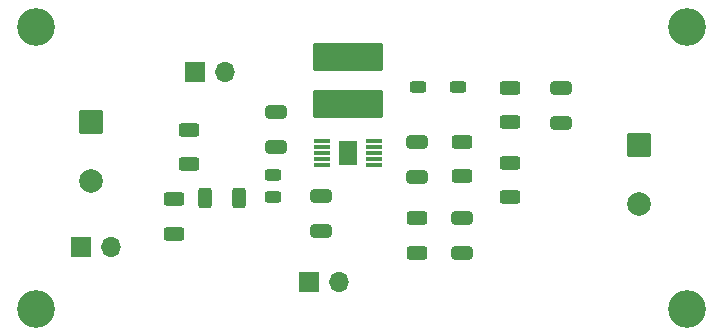
<source format=gbr>
%TF.GenerationSoftware,KiCad,Pcbnew,7.0.9*%
%TF.CreationDate,2023-12-10T23:23:11+01:00*%
%TF.ProjectId,LED Driver,4c454420-4472-4697-9665-722e6b696361,rev?*%
%TF.SameCoordinates,Original*%
%TF.FileFunction,Soldermask,Top*%
%TF.FilePolarity,Negative*%
%FSLAX46Y46*%
G04 Gerber Fmt 4.6, Leading zero omitted, Abs format (unit mm)*
G04 Created by KiCad (PCBNEW 7.0.9) date 2023-12-10 23:23:11*
%MOMM*%
%LPD*%
G01*
G04 APERTURE LIST*
G04 Aperture macros list*
%AMRoundRect*
0 Rectangle with rounded corners*
0 $1 Rounding radius*
0 $2 $3 $4 $5 $6 $7 $8 $9 X,Y pos of 4 corners*
0 Add a 4 corners polygon primitive as box body*
4,1,4,$2,$3,$4,$5,$6,$7,$8,$9,$2,$3,0*
0 Add four circle primitives for the rounded corners*
1,1,$1+$1,$2,$3*
1,1,$1+$1,$4,$5*
1,1,$1+$1,$6,$7*
1,1,$1+$1,$8,$9*
0 Add four rect primitives between the rounded corners*
20,1,$1+$1,$2,$3,$4,$5,0*
20,1,$1+$1,$4,$5,$6,$7,0*
20,1,$1+$1,$6,$7,$8,$9,0*
20,1,$1+$1,$8,$9,$2,$3,0*%
G04 Aperture macros list end*
%ADD10RoundRect,0.102000X-2.850000X1.100000X-2.850000X-1.100000X2.850000X-1.100000X2.850000X1.100000X0*%
%ADD11RoundRect,0.233400X0.473600X0.233600X-0.473600X0.233600X-0.473600X-0.233600X0.473600X-0.233600X0*%
%ADD12C,3.200000*%
%ADD13RoundRect,0.250000X-0.625000X0.312500X-0.625000X-0.312500X0.625000X-0.312500X0.625000X0.312500X0*%
%ADD14R,1.700000X1.700000*%
%ADD15O,1.700000X1.700000*%
%ADD16RoundRect,0.250000X-0.650000X0.325000X-0.650000X-0.325000X0.650000X-0.325000X0.650000X0.325000X0*%
%ADD17RoundRect,0.102000X-0.900000X0.900000X-0.900000X-0.900000X0.900000X-0.900000X0.900000X0.900000X0*%
%ADD18C,2.004000*%
%ADD19RoundRect,0.250000X0.312500X0.625000X-0.312500X0.625000X-0.312500X-0.625000X0.312500X-0.625000X0*%
%ADD20R,1.400000X0.300000*%
%ADD21R,1.600000X2.000000*%
%ADD22RoundRect,0.243750X-0.456250X0.243750X-0.456250X-0.243750X0.456250X-0.243750X0.456250X0.243750X0*%
%ADD23RoundRect,0.250000X0.650000X-0.325000X0.650000X0.325000X-0.650000X0.325000X-0.650000X-0.325000X0*%
G04 APERTURE END LIST*
D10*
%TO.C,L1*%
X101100000Y-40600000D03*
X101100000Y-44600000D03*
%TD*%
D11*
%TO.C,D1*%
X107032000Y-43180000D03*
X110392000Y-43180000D03*
%TD*%
D12*
%TO.C,H2*%
X129794000Y-38100000D03*
%TD*%
D13*
%TO.C,R1*%
X110744000Y-47813500D03*
X110744000Y-50738500D03*
%TD*%
D14*
%TO.C,J2*%
X78475000Y-56750000D03*
D15*
X81015000Y-56750000D03*
%TD*%
D13*
%TO.C,R6*%
X87630000Y-46797500D03*
X87630000Y-49722500D03*
%TD*%
%TO.C,R7*%
X86350000Y-52687500D03*
X86350000Y-55612500D03*
%TD*%
D16*
%TO.C,C1*%
X98806000Y-52373000D03*
X98806000Y-55323000D03*
%TD*%
D17*
%TO.C,LED_STRIP_0*%
X125700000Y-48046000D03*
D18*
X125700000Y-53046000D03*
%TD*%
D14*
%TO.C,J1*%
X97785000Y-59690000D03*
D15*
X100325000Y-59690000D03*
%TD*%
D12*
%TO.C,H1*%
X74676000Y-38100000D03*
%TD*%
D19*
%TO.C,R4*%
X91886500Y-52578000D03*
X88961500Y-52578000D03*
%TD*%
D13*
%TO.C,R5*%
X106934000Y-54290500D03*
X106934000Y-57215500D03*
%TD*%
D14*
%TO.C,J3*%
X88133000Y-41910000D03*
D15*
X90673000Y-41910000D03*
%TD*%
D16*
%TO.C,C4*%
X106934000Y-47801000D03*
X106934000Y-50751000D03*
%TD*%
%TO.C,C3*%
X110744000Y-54278000D03*
X110744000Y-57228000D03*
%TD*%
D20*
%TO.C,IC1*%
X98892000Y-47768000D03*
X98892000Y-48268000D03*
X98892000Y-48768000D03*
X98892000Y-49268000D03*
X98892000Y-49768000D03*
X103292000Y-49768000D03*
X103292000Y-49268000D03*
X103292000Y-48768000D03*
X103292000Y-48268000D03*
X103292000Y-47768000D03*
D21*
X101092000Y-48768000D03*
%TD*%
D17*
%TO.C,J4*%
X79300000Y-46100000D03*
D18*
X79300000Y-51100000D03*
%TD*%
D13*
%TO.C,R3*%
X114808000Y-49591500D03*
X114808000Y-52516500D03*
%TD*%
D12*
%TO.C,H3*%
X129794000Y-61976000D03*
%TD*%
D22*
%TO.C,D2*%
X94742000Y-52499500D03*
X94742000Y-50624500D03*
%TD*%
D16*
%TO.C,C5*%
X119100000Y-43229000D03*
X119100000Y-46179000D03*
%TD*%
D12*
%TO.C,H4*%
X74676000Y-61976000D03*
%TD*%
D23*
%TO.C,C2*%
X94996000Y-48211000D03*
X94996000Y-45261000D03*
%TD*%
D13*
%TO.C,R2*%
X114808000Y-43241500D03*
X114808000Y-46166500D03*
%TD*%
M02*

</source>
